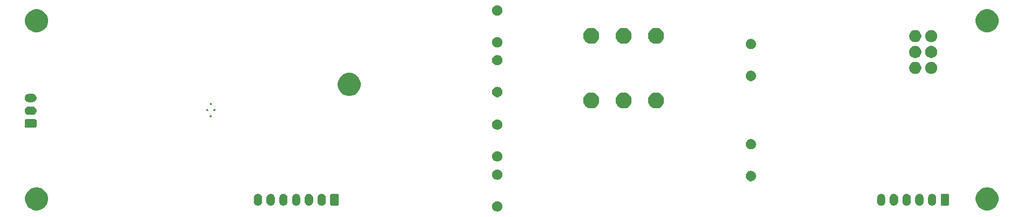
<source format=gbr>
G04 #@! TF.GenerationSoftware,KiCad,Pcbnew,(5.1.0)-1*
G04 #@! TF.CreationDate,2019-06-01T21:06:23-04:00*
G04 #@! TF.ProjectId,preample,70726561-6d70-46c6-952e-6b696361645f,rev?*
G04 #@! TF.SameCoordinates,Original*
G04 #@! TF.FileFunction,Soldermask,Bot*
G04 #@! TF.FilePolarity,Negative*
%FSLAX46Y46*%
G04 Gerber Fmt 4.6, Leading zero omitted, Abs format (unit mm)*
G04 Created by KiCad (PCBNEW (5.1.0)-1) date 2019-06-01 21:06:23*
%MOMM*%
%LPD*%
G04 APERTURE LIST*
%ADD10C,0.100000*%
G04 APERTURE END LIST*
D10*
G36*
X123046142Y-82807742D02*
G01*
X123194101Y-82869029D01*
X123327255Y-82957999D01*
X123440501Y-83071245D01*
X123529471Y-83204399D01*
X123590758Y-83352358D01*
X123622000Y-83509425D01*
X123622000Y-83669575D01*
X123590758Y-83826642D01*
X123529471Y-83974601D01*
X123440501Y-84107755D01*
X123327255Y-84221001D01*
X123194101Y-84309971D01*
X123046142Y-84371258D01*
X122889075Y-84402500D01*
X122728925Y-84402500D01*
X122571858Y-84371258D01*
X122423899Y-84309971D01*
X122290745Y-84221001D01*
X122177499Y-84107755D01*
X122088529Y-83974601D01*
X122027242Y-83826642D01*
X121996000Y-83669575D01*
X121996000Y-83509425D01*
X122027242Y-83352358D01*
X122088529Y-83204399D01*
X122177499Y-83071245D01*
X122290745Y-82957999D01*
X122423899Y-82869029D01*
X122571858Y-82807742D01*
X122728925Y-82776500D01*
X122889075Y-82776500D01*
X123046142Y-82807742D01*
X123046142Y-82807742D01*
G37*
G36*
X200114331Y-80679211D02*
G01*
X200442092Y-80814974D01*
X200737070Y-81012072D01*
X200987928Y-81262930D01*
X201185026Y-81557908D01*
X201320789Y-81885669D01*
X201390000Y-82233616D01*
X201390000Y-82588384D01*
X201320789Y-82936331D01*
X201185026Y-83264092D01*
X200987928Y-83559070D01*
X200737070Y-83809928D01*
X200442092Y-84007026D01*
X200114331Y-84142789D01*
X199766384Y-84212000D01*
X199411616Y-84212000D01*
X199063669Y-84142789D01*
X198735908Y-84007026D01*
X198440930Y-83809928D01*
X198190072Y-83559070D01*
X197992974Y-83264092D01*
X197857211Y-82936331D01*
X197788000Y-82588384D01*
X197788000Y-82233616D01*
X197857211Y-81885669D01*
X197992974Y-81557908D01*
X198190072Y-81262930D01*
X198440930Y-81012072D01*
X198735908Y-80814974D01*
X199063669Y-80679211D01*
X199411616Y-80610000D01*
X199766384Y-80610000D01*
X200114331Y-80679211D01*
X200114331Y-80679211D01*
G37*
G36*
X51114331Y-80679211D02*
G01*
X51442092Y-80814974D01*
X51737070Y-81012072D01*
X51987928Y-81262930D01*
X52185026Y-81557908D01*
X52320789Y-81885669D01*
X52390000Y-82233616D01*
X52390000Y-82588384D01*
X52320789Y-82936331D01*
X52185026Y-83264092D01*
X51987928Y-83559070D01*
X51737070Y-83809928D01*
X51442092Y-84007026D01*
X51114331Y-84142789D01*
X50766384Y-84212000D01*
X50411616Y-84212000D01*
X50063669Y-84142789D01*
X49735908Y-84007026D01*
X49440930Y-83809928D01*
X49190072Y-83559070D01*
X48992974Y-83264092D01*
X48857211Y-82936331D01*
X48788000Y-82588384D01*
X48788000Y-82233616D01*
X48857211Y-81885669D01*
X48992974Y-81557908D01*
X49190072Y-81262930D01*
X49440930Y-81012072D01*
X49735908Y-80814974D01*
X50063669Y-80679211D01*
X50411616Y-80610000D01*
X50766384Y-80610000D01*
X51114331Y-80679211D01*
X51114331Y-80679211D01*
G37*
G36*
X187104118Y-81633420D02*
G01*
X187184900Y-81657925D01*
X187226836Y-81670646D01*
X187339925Y-81731094D01*
X187439054Y-81812446D01*
X187520406Y-81911575D01*
X187580854Y-82024664D01*
X187580855Y-82024668D01*
X187618080Y-82147382D01*
X187627500Y-82243027D01*
X187627500Y-82856973D01*
X187618080Y-82952618D01*
X187616447Y-82958001D01*
X187580854Y-83075336D01*
X187520406Y-83188425D01*
X187439054Y-83287553D01*
X187339924Y-83368906D01*
X187226835Y-83429354D01*
X187194903Y-83439040D01*
X187104117Y-83466580D01*
X186976500Y-83479149D01*
X186848882Y-83466580D01*
X186758096Y-83439040D01*
X186726164Y-83429354D01*
X186613075Y-83368906D01*
X186513947Y-83287554D01*
X186432594Y-83188424D01*
X186372146Y-83075335D01*
X186362460Y-83043403D01*
X186334920Y-82952617D01*
X186325500Y-82856972D01*
X186325500Y-82243027D01*
X186334920Y-82147382D01*
X186372145Y-82024668D01*
X186372145Y-82024667D01*
X186404457Y-81964217D01*
X186432595Y-81911574D01*
X186453856Y-81885668D01*
X186513947Y-81812446D01*
X186613076Y-81731094D01*
X186726165Y-81670646D01*
X186768101Y-81657925D01*
X186848883Y-81633420D01*
X186976500Y-81620851D01*
X187104118Y-81633420D01*
X187104118Y-81633420D01*
G37*
G36*
X183104118Y-81633420D02*
G01*
X183184900Y-81657925D01*
X183226836Y-81670646D01*
X183339925Y-81731094D01*
X183439054Y-81812446D01*
X183520406Y-81911575D01*
X183580854Y-82024664D01*
X183580855Y-82024668D01*
X183618080Y-82147382D01*
X183627500Y-82243027D01*
X183627500Y-82856973D01*
X183618080Y-82952618D01*
X183616447Y-82958001D01*
X183580854Y-83075336D01*
X183520406Y-83188425D01*
X183439054Y-83287553D01*
X183339924Y-83368906D01*
X183226835Y-83429354D01*
X183194903Y-83439040D01*
X183104117Y-83466580D01*
X182976500Y-83479149D01*
X182848882Y-83466580D01*
X182758096Y-83439040D01*
X182726164Y-83429354D01*
X182613075Y-83368906D01*
X182513947Y-83287554D01*
X182432594Y-83188424D01*
X182372146Y-83075335D01*
X182362460Y-83043403D01*
X182334920Y-82952617D01*
X182325500Y-82856972D01*
X182325500Y-82243027D01*
X182334920Y-82147382D01*
X182372145Y-82024668D01*
X182372145Y-82024667D01*
X182404457Y-81964217D01*
X182432595Y-81911574D01*
X182453856Y-81885668D01*
X182513947Y-81812446D01*
X182613076Y-81731094D01*
X182726165Y-81670646D01*
X182768101Y-81657925D01*
X182848883Y-81633420D01*
X182976500Y-81620851D01*
X183104118Y-81633420D01*
X183104118Y-81633420D01*
G37*
G36*
X185104118Y-81633420D02*
G01*
X185184900Y-81657925D01*
X185226836Y-81670646D01*
X185339925Y-81731094D01*
X185439054Y-81812446D01*
X185520406Y-81911575D01*
X185580854Y-82024664D01*
X185580855Y-82024668D01*
X185618080Y-82147382D01*
X185627500Y-82243027D01*
X185627500Y-82856973D01*
X185618080Y-82952618D01*
X185616447Y-82958001D01*
X185580854Y-83075336D01*
X185520406Y-83188425D01*
X185439054Y-83287553D01*
X185339924Y-83368906D01*
X185226835Y-83429354D01*
X185194903Y-83439040D01*
X185104117Y-83466580D01*
X184976500Y-83479149D01*
X184848882Y-83466580D01*
X184758096Y-83439040D01*
X184726164Y-83429354D01*
X184613075Y-83368906D01*
X184513947Y-83287554D01*
X184432594Y-83188424D01*
X184372146Y-83075335D01*
X184362460Y-83043403D01*
X184334920Y-82952617D01*
X184325500Y-82856972D01*
X184325500Y-82243027D01*
X184334920Y-82147382D01*
X184372145Y-82024668D01*
X184372145Y-82024667D01*
X184404457Y-81964217D01*
X184432595Y-81911574D01*
X184453856Y-81885668D01*
X184513947Y-81812446D01*
X184613076Y-81731094D01*
X184726165Y-81670646D01*
X184768101Y-81657925D01*
X184848883Y-81633420D01*
X184976500Y-81620851D01*
X185104118Y-81633420D01*
X185104118Y-81633420D01*
G37*
G36*
X95409618Y-81633420D02*
G01*
X95490400Y-81657925D01*
X95532336Y-81670646D01*
X95645425Y-81731094D01*
X95744554Y-81812446D01*
X95825906Y-81911575D01*
X95886354Y-82024664D01*
X95886355Y-82024668D01*
X95923580Y-82147382D01*
X95933000Y-82243027D01*
X95933000Y-82856973D01*
X95923580Y-82952618D01*
X95921947Y-82958001D01*
X95886354Y-83075336D01*
X95825906Y-83188425D01*
X95744554Y-83287553D01*
X95645424Y-83368906D01*
X95532335Y-83429354D01*
X95500403Y-83439040D01*
X95409617Y-83466580D01*
X95282000Y-83479149D01*
X95154382Y-83466580D01*
X95063596Y-83439040D01*
X95031664Y-83429354D01*
X94918575Y-83368906D01*
X94819447Y-83287554D01*
X94738094Y-83188424D01*
X94677646Y-83075335D01*
X94667960Y-83043403D01*
X94640420Y-82952617D01*
X94631000Y-82856972D01*
X94631000Y-82243027D01*
X94640420Y-82147382D01*
X94677645Y-82024668D01*
X94677645Y-82024667D01*
X94709957Y-81964217D01*
X94738095Y-81911574D01*
X94759356Y-81885668D01*
X94819447Y-81812446D01*
X94918576Y-81731094D01*
X95031665Y-81670646D01*
X95073601Y-81657925D01*
X95154383Y-81633420D01*
X95282000Y-81620851D01*
X95409618Y-81633420D01*
X95409618Y-81633420D01*
G37*
G36*
X93409618Y-81633420D02*
G01*
X93490400Y-81657925D01*
X93532336Y-81670646D01*
X93645425Y-81731094D01*
X93744554Y-81812446D01*
X93825906Y-81911575D01*
X93886354Y-82024664D01*
X93886355Y-82024668D01*
X93923580Y-82147382D01*
X93933000Y-82243027D01*
X93933000Y-82856973D01*
X93923580Y-82952618D01*
X93921947Y-82958001D01*
X93886354Y-83075336D01*
X93825906Y-83188425D01*
X93744554Y-83287553D01*
X93645424Y-83368906D01*
X93532335Y-83429354D01*
X93500403Y-83439040D01*
X93409617Y-83466580D01*
X93282000Y-83479149D01*
X93154382Y-83466580D01*
X93063596Y-83439040D01*
X93031664Y-83429354D01*
X92918575Y-83368906D01*
X92819447Y-83287554D01*
X92738094Y-83188424D01*
X92677646Y-83075335D01*
X92667960Y-83043403D01*
X92640420Y-82952617D01*
X92631000Y-82856972D01*
X92631000Y-82243027D01*
X92640420Y-82147382D01*
X92677645Y-82024668D01*
X92677645Y-82024667D01*
X92709957Y-81964217D01*
X92738095Y-81911574D01*
X92759356Y-81885668D01*
X92819447Y-81812446D01*
X92918576Y-81731094D01*
X93031665Y-81670646D01*
X93073601Y-81657925D01*
X93154383Y-81633420D01*
X93282000Y-81620851D01*
X93409618Y-81633420D01*
X93409618Y-81633420D01*
G37*
G36*
X91409618Y-81633420D02*
G01*
X91490400Y-81657925D01*
X91532336Y-81670646D01*
X91645425Y-81731094D01*
X91744554Y-81812446D01*
X91825906Y-81911575D01*
X91886354Y-82024664D01*
X91886355Y-82024668D01*
X91923580Y-82147382D01*
X91933000Y-82243027D01*
X91933000Y-82856973D01*
X91923580Y-82952618D01*
X91921947Y-82958001D01*
X91886354Y-83075336D01*
X91825906Y-83188425D01*
X91744554Y-83287553D01*
X91645424Y-83368906D01*
X91532335Y-83429354D01*
X91500403Y-83439040D01*
X91409617Y-83466580D01*
X91282000Y-83479149D01*
X91154382Y-83466580D01*
X91063596Y-83439040D01*
X91031664Y-83429354D01*
X90918575Y-83368906D01*
X90819447Y-83287554D01*
X90738094Y-83188424D01*
X90677646Y-83075335D01*
X90667960Y-83043403D01*
X90640420Y-82952617D01*
X90631000Y-82856972D01*
X90631000Y-82243027D01*
X90640420Y-82147382D01*
X90677645Y-82024668D01*
X90677645Y-82024667D01*
X90709957Y-81964217D01*
X90738095Y-81911574D01*
X90759356Y-81885668D01*
X90819447Y-81812446D01*
X90918576Y-81731094D01*
X91031665Y-81670646D01*
X91073601Y-81657925D01*
X91154383Y-81633420D01*
X91282000Y-81620851D01*
X91409618Y-81633420D01*
X91409618Y-81633420D01*
G37*
G36*
X89409618Y-81633420D02*
G01*
X89490400Y-81657925D01*
X89532336Y-81670646D01*
X89645425Y-81731094D01*
X89744554Y-81812446D01*
X89825906Y-81911575D01*
X89886354Y-82024664D01*
X89886355Y-82024668D01*
X89923580Y-82147382D01*
X89933000Y-82243027D01*
X89933000Y-82856973D01*
X89923580Y-82952618D01*
X89921947Y-82958001D01*
X89886354Y-83075336D01*
X89825906Y-83188425D01*
X89744554Y-83287553D01*
X89645424Y-83368906D01*
X89532335Y-83429354D01*
X89500403Y-83439040D01*
X89409617Y-83466580D01*
X89282000Y-83479149D01*
X89154382Y-83466580D01*
X89063596Y-83439040D01*
X89031664Y-83429354D01*
X88918575Y-83368906D01*
X88819447Y-83287554D01*
X88738094Y-83188424D01*
X88677646Y-83075335D01*
X88667960Y-83043403D01*
X88640420Y-82952617D01*
X88631000Y-82856972D01*
X88631000Y-82243027D01*
X88640420Y-82147382D01*
X88677645Y-82024668D01*
X88677645Y-82024667D01*
X88709957Y-81964217D01*
X88738095Y-81911574D01*
X88759356Y-81885668D01*
X88819447Y-81812446D01*
X88918576Y-81731094D01*
X89031665Y-81670646D01*
X89073601Y-81657925D01*
X89154383Y-81633420D01*
X89282000Y-81620851D01*
X89409618Y-81633420D01*
X89409618Y-81633420D01*
G37*
G36*
X87409618Y-81633420D02*
G01*
X87490400Y-81657925D01*
X87532336Y-81670646D01*
X87645425Y-81731094D01*
X87744554Y-81812446D01*
X87825906Y-81911575D01*
X87886354Y-82024664D01*
X87886355Y-82024668D01*
X87923580Y-82147382D01*
X87933000Y-82243027D01*
X87933000Y-82856973D01*
X87923580Y-82952618D01*
X87921947Y-82958001D01*
X87886354Y-83075336D01*
X87825906Y-83188425D01*
X87744554Y-83287553D01*
X87645424Y-83368906D01*
X87532335Y-83429354D01*
X87500403Y-83439040D01*
X87409617Y-83466580D01*
X87282000Y-83479149D01*
X87154382Y-83466580D01*
X87063596Y-83439040D01*
X87031664Y-83429354D01*
X86918575Y-83368906D01*
X86819447Y-83287554D01*
X86738094Y-83188424D01*
X86677646Y-83075335D01*
X86667960Y-83043403D01*
X86640420Y-82952617D01*
X86631000Y-82856972D01*
X86631000Y-82243027D01*
X86640420Y-82147382D01*
X86677645Y-82024668D01*
X86677645Y-82024667D01*
X86709957Y-81964217D01*
X86738095Y-81911574D01*
X86759356Y-81885668D01*
X86819447Y-81812446D01*
X86918576Y-81731094D01*
X87031665Y-81670646D01*
X87073601Y-81657925D01*
X87154383Y-81633420D01*
X87282000Y-81620851D01*
X87409618Y-81633420D01*
X87409618Y-81633420D01*
G37*
G36*
X85409618Y-81633420D02*
G01*
X85490400Y-81657925D01*
X85532336Y-81670646D01*
X85645425Y-81731094D01*
X85744554Y-81812446D01*
X85825906Y-81911575D01*
X85886354Y-82024664D01*
X85886355Y-82024668D01*
X85923580Y-82147382D01*
X85933000Y-82243027D01*
X85933000Y-82856973D01*
X85923580Y-82952618D01*
X85921947Y-82958001D01*
X85886354Y-83075336D01*
X85825906Y-83188425D01*
X85744554Y-83287553D01*
X85645424Y-83368906D01*
X85532335Y-83429354D01*
X85500403Y-83439040D01*
X85409617Y-83466580D01*
X85282000Y-83479149D01*
X85154382Y-83466580D01*
X85063596Y-83439040D01*
X85031664Y-83429354D01*
X84918575Y-83368906D01*
X84819447Y-83287554D01*
X84738094Y-83188424D01*
X84677646Y-83075335D01*
X84667960Y-83043403D01*
X84640420Y-82952617D01*
X84631000Y-82856972D01*
X84631000Y-82243027D01*
X84640420Y-82147382D01*
X84677645Y-82024668D01*
X84677645Y-82024667D01*
X84709957Y-81964217D01*
X84738095Y-81911574D01*
X84759356Y-81885668D01*
X84819447Y-81812446D01*
X84918576Y-81731094D01*
X85031665Y-81670646D01*
X85073601Y-81657925D01*
X85154383Y-81633420D01*
X85282000Y-81620851D01*
X85409618Y-81633420D01*
X85409618Y-81633420D01*
G37*
G36*
X191104118Y-81633420D02*
G01*
X191184900Y-81657925D01*
X191226836Y-81670646D01*
X191339925Y-81731094D01*
X191439054Y-81812446D01*
X191520406Y-81911575D01*
X191580854Y-82024664D01*
X191580855Y-82024668D01*
X191618080Y-82147382D01*
X191627500Y-82243027D01*
X191627500Y-82856973D01*
X191618080Y-82952618D01*
X191616447Y-82958001D01*
X191580854Y-83075336D01*
X191520406Y-83188425D01*
X191439054Y-83287553D01*
X191339924Y-83368906D01*
X191226835Y-83429354D01*
X191194903Y-83439040D01*
X191104117Y-83466580D01*
X190976500Y-83479149D01*
X190848882Y-83466580D01*
X190758096Y-83439040D01*
X190726164Y-83429354D01*
X190613075Y-83368906D01*
X190513947Y-83287554D01*
X190432594Y-83188424D01*
X190372146Y-83075335D01*
X190362460Y-83043403D01*
X190334920Y-82952617D01*
X190325500Y-82856972D01*
X190325500Y-82243027D01*
X190334920Y-82147382D01*
X190372145Y-82024668D01*
X190372145Y-82024667D01*
X190404457Y-81964217D01*
X190432595Y-81911574D01*
X190453856Y-81885668D01*
X190513947Y-81812446D01*
X190613076Y-81731094D01*
X190726165Y-81670646D01*
X190768101Y-81657925D01*
X190848883Y-81633420D01*
X190976500Y-81620851D01*
X191104118Y-81633420D01*
X191104118Y-81633420D01*
G37*
G36*
X189104118Y-81633420D02*
G01*
X189184900Y-81657925D01*
X189226836Y-81670646D01*
X189339925Y-81731094D01*
X189439054Y-81812446D01*
X189520406Y-81911575D01*
X189580854Y-82024664D01*
X189580855Y-82024668D01*
X189618080Y-82147382D01*
X189627500Y-82243027D01*
X189627500Y-82856973D01*
X189618080Y-82952618D01*
X189616447Y-82958001D01*
X189580854Y-83075336D01*
X189520406Y-83188425D01*
X189439054Y-83287553D01*
X189339924Y-83368906D01*
X189226835Y-83429354D01*
X189194903Y-83439040D01*
X189104117Y-83466580D01*
X188976500Y-83479149D01*
X188848882Y-83466580D01*
X188758096Y-83439040D01*
X188726164Y-83429354D01*
X188613075Y-83368906D01*
X188513947Y-83287554D01*
X188432594Y-83188424D01*
X188372146Y-83075335D01*
X188362460Y-83043403D01*
X188334920Y-82952617D01*
X188325500Y-82856972D01*
X188325500Y-82243027D01*
X188334920Y-82147382D01*
X188372145Y-82024668D01*
X188372145Y-82024667D01*
X188404457Y-81964217D01*
X188432595Y-81911574D01*
X188453856Y-81885668D01*
X188513947Y-81812446D01*
X188613076Y-81731094D01*
X188726165Y-81670646D01*
X188768101Y-81657925D01*
X188848883Y-81633420D01*
X188976500Y-81620851D01*
X189104118Y-81633420D01*
X189104118Y-81633420D01*
G37*
G36*
X193467742Y-81628404D02*
G01*
X193504837Y-81639657D01*
X193539015Y-81657925D01*
X193568981Y-81682519D01*
X193593575Y-81712485D01*
X193611843Y-81746663D01*
X193623096Y-81783758D01*
X193627500Y-81828474D01*
X193627500Y-83271526D01*
X193623096Y-83316242D01*
X193611843Y-83353337D01*
X193593575Y-83387515D01*
X193568981Y-83417481D01*
X193539015Y-83442075D01*
X193504837Y-83460343D01*
X193467742Y-83471596D01*
X193423026Y-83476000D01*
X192529974Y-83476000D01*
X192485258Y-83471596D01*
X192448163Y-83460343D01*
X192413985Y-83442075D01*
X192384019Y-83417481D01*
X192359425Y-83387515D01*
X192341157Y-83353337D01*
X192329904Y-83316242D01*
X192325500Y-83271526D01*
X192325500Y-81828474D01*
X192329904Y-81783758D01*
X192341157Y-81746663D01*
X192359425Y-81712485D01*
X192384019Y-81682519D01*
X192413985Y-81657925D01*
X192448163Y-81639657D01*
X192485258Y-81628404D01*
X192529974Y-81624000D01*
X193423026Y-81624000D01*
X193467742Y-81628404D01*
X193467742Y-81628404D01*
G37*
G36*
X97773242Y-81628404D02*
G01*
X97810337Y-81639657D01*
X97844515Y-81657925D01*
X97874481Y-81682519D01*
X97899075Y-81712485D01*
X97917343Y-81746663D01*
X97928596Y-81783758D01*
X97933000Y-81828474D01*
X97933000Y-83271526D01*
X97928596Y-83316242D01*
X97917343Y-83353337D01*
X97899075Y-83387515D01*
X97874481Y-83417481D01*
X97844515Y-83442075D01*
X97810337Y-83460343D01*
X97773242Y-83471596D01*
X97728526Y-83476000D01*
X96835474Y-83476000D01*
X96790758Y-83471596D01*
X96753663Y-83460343D01*
X96719485Y-83442075D01*
X96689519Y-83417481D01*
X96664925Y-83387515D01*
X96646657Y-83353337D01*
X96635404Y-83316242D01*
X96631000Y-83271526D01*
X96631000Y-81828474D01*
X96635404Y-81783758D01*
X96646657Y-81746663D01*
X96664925Y-81712485D01*
X96689519Y-81682519D01*
X96719485Y-81657925D01*
X96753663Y-81639657D01*
X96790758Y-81628404D01*
X96835474Y-81624000D01*
X97728526Y-81624000D01*
X97773242Y-81628404D01*
X97773242Y-81628404D01*
G37*
G36*
X162797142Y-78045242D02*
G01*
X162945101Y-78106529D01*
X163078255Y-78195499D01*
X163191501Y-78308745D01*
X163280471Y-78441899D01*
X163341758Y-78589858D01*
X163373000Y-78746925D01*
X163373000Y-78907075D01*
X163341758Y-79064142D01*
X163280471Y-79212101D01*
X163191501Y-79345255D01*
X163078255Y-79458501D01*
X162945101Y-79547471D01*
X162797142Y-79608758D01*
X162640075Y-79640000D01*
X162479925Y-79640000D01*
X162322858Y-79608758D01*
X162174899Y-79547471D01*
X162041745Y-79458501D01*
X161928499Y-79345255D01*
X161839529Y-79212101D01*
X161778242Y-79064142D01*
X161747000Y-78907075D01*
X161747000Y-78746925D01*
X161778242Y-78589858D01*
X161839529Y-78441899D01*
X161928499Y-78308745D01*
X162041745Y-78195499D01*
X162174899Y-78106529D01*
X162322858Y-78045242D01*
X162479925Y-78014000D01*
X162640075Y-78014000D01*
X162797142Y-78045242D01*
X162797142Y-78045242D01*
G37*
G36*
X123046142Y-77807742D02*
G01*
X123194101Y-77869029D01*
X123327255Y-77957999D01*
X123440501Y-78071245D01*
X123529471Y-78204399D01*
X123590758Y-78352358D01*
X123622000Y-78509425D01*
X123622000Y-78669575D01*
X123590758Y-78826642D01*
X123529471Y-78974601D01*
X123440501Y-79107755D01*
X123327255Y-79221001D01*
X123194101Y-79309971D01*
X123046142Y-79371258D01*
X122889075Y-79402500D01*
X122728925Y-79402500D01*
X122571858Y-79371258D01*
X122423899Y-79309971D01*
X122290745Y-79221001D01*
X122177499Y-79107755D01*
X122088529Y-78974601D01*
X122027242Y-78826642D01*
X121996000Y-78669575D01*
X121996000Y-78509425D01*
X122027242Y-78352358D01*
X122088529Y-78204399D01*
X122177499Y-78071245D01*
X122290745Y-77957999D01*
X122423899Y-77869029D01*
X122571858Y-77807742D01*
X122728925Y-77776500D01*
X122889075Y-77776500D01*
X123046142Y-77807742D01*
X123046142Y-77807742D01*
G37*
G36*
X123046142Y-74933742D02*
G01*
X123194101Y-74995029D01*
X123327255Y-75083999D01*
X123440501Y-75197245D01*
X123529471Y-75330399D01*
X123590758Y-75478358D01*
X123622000Y-75635425D01*
X123622000Y-75795575D01*
X123590758Y-75952642D01*
X123529471Y-76100601D01*
X123440501Y-76233755D01*
X123327255Y-76347001D01*
X123194101Y-76435971D01*
X123046142Y-76497258D01*
X122889075Y-76528500D01*
X122728925Y-76528500D01*
X122571858Y-76497258D01*
X122423899Y-76435971D01*
X122290745Y-76347001D01*
X122177499Y-76233755D01*
X122088529Y-76100601D01*
X122027242Y-75952642D01*
X121996000Y-75795575D01*
X121996000Y-75635425D01*
X122027242Y-75478358D01*
X122088529Y-75330399D01*
X122177499Y-75197245D01*
X122290745Y-75083999D01*
X122423899Y-74995029D01*
X122571858Y-74933742D01*
X122728925Y-74902500D01*
X122889075Y-74902500D01*
X123046142Y-74933742D01*
X123046142Y-74933742D01*
G37*
G36*
X162797142Y-73045242D02*
G01*
X162945101Y-73106529D01*
X163078255Y-73195499D01*
X163191501Y-73308745D01*
X163280471Y-73441899D01*
X163341758Y-73589858D01*
X163373000Y-73746925D01*
X163373000Y-73907075D01*
X163341758Y-74064142D01*
X163280471Y-74212101D01*
X163191501Y-74345255D01*
X163078255Y-74458501D01*
X162945101Y-74547471D01*
X162797142Y-74608758D01*
X162640075Y-74640000D01*
X162479925Y-74640000D01*
X162322858Y-74608758D01*
X162174899Y-74547471D01*
X162041745Y-74458501D01*
X161928499Y-74345255D01*
X161839529Y-74212101D01*
X161778242Y-74064142D01*
X161747000Y-73907075D01*
X161747000Y-73746925D01*
X161778242Y-73589858D01*
X161839529Y-73441899D01*
X161928499Y-73308745D01*
X162041745Y-73195499D01*
X162174899Y-73106529D01*
X162322858Y-73045242D01*
X162479925Y-73014000D01*
X162640075Y-73014000D01*
X162797142Y-73045242D01*
X162797142Y-73045242D01*
G37*
G36*
X123046142Y-69933742D02*
G01*
X123194101Y-69995029D01*
X123327255Y-70083999D01*
X123440501Y-70197245D01*
X123529471Y-70330399D01*
X123590758Y-70478358D01*
X123622000Y-70635425D01*
X123622000Y-70795575D01*
X123590758Y-70952642D01*
X123529471Y-71100601D01*
X123440501Y-71233755D01*
X123327255Y-71347001D01*
X123194101Y-71435971D01*
X123046142Y-71497258D01*
X122889075Y-71528500D01*
X122728925Y-71528500D01*
X122571858Y-71497258D01*
X122423899Y-71435971D01*
X122290745Y-71347001D01*
X122177499Y-71233755D01*
X122088529Y-71100601D01*
X122027242Y-70952642D01*
X121996000Y-70795575D01*
X121996000Y-70635425D01*
X122027242Y-70478358D01*
X122088529Y-70330399D01*
X122177499Y-70197245D01*
X122290745Y-70083999D01*
X122423899Y-69995029D01*
X122571858Y-69933742D01*
X122728925Y-69902500D01*
X122889075Y-69902500D01*
X123046142Y-69933742D01*
X123046142Y-69933742D01*
G37*
G36*
X50423242Y-69901404D02*
G01*
X50460337Y-69912657D01*
X50494515Y-69930925D01*
X50524481Y-69955519D01*
X50549075Y-69985485D01*
X50567343Y-70019663D01*
X50578596Y-70056758D01*
X50583000Y-70101474D01*
X50583000Y-70994526D01*
X50578596Y-71039242D01*
X50567343Y-71076337D01*
X50549075Y-71110515D01*
X50524481Y-71140481D01*
X50494515Y-71165075D01*
X50460337Y-71183343D01*
X50423242Y-71194596D01*
X50378526Y-71199000D01*
X48935474Y-71199000D01*
X48890758Y-71194596D01*
X48853663Y-71183343D01*
X48819485Y-71165075D01*
X48789519Y-71140481D01*
X48764925Y-71110515D01*
X48746657Y-71076337D01*
X48735404Y-71039242D01*
X48731000Y-70994526D01*
X48731000Y-70101474D01*
X48735404Y-70056758D01*
X48746657Y-70019663D01*
X48764925Y-69985485D01*
X48789519Y-69955519D01*
X48819485Y-69930925D01*
X48853663Y-69912657D01*
X48890758Y-69901404D01*
X48935474Y-69897000D01*
X50378526Y-69897000D01*
X50423242Y-69901404D01*
X50423242Y-69901404D01*
G37*
G36*
X77962337Y-69233763D02*
G01*
X77994367Y-69247030D01*
X78023194Y-69266292D01*
X78047708Y-69290806D01*
X78066970Y-69319633D01*
X78080237Y-69351663D01*
X78087000Y-69385665D01*
X78087000Y-69420335D01*
X78080237Y-69454337D01*
X78066970Y-69486367D01*
X78047708Y-69515194D01*
X78023194Y-69539708D01*
X77994367Y-69558970D01*
X77962337Y-69572237D01*
X77928335Y-69579000D01*
X77893665Y-69579000D01*
X77859663Y-69572237D01*
X77827633Y-69558970D01*
X77798806Y-69539708D01*
X77774292Y-69515194D01*
X77755030Y-69486367D01*
X77741763Y-69454337D01*
X77735000Y-69420335D01*
X77735000Y-69385665D01*
X77741763Y-69351663D01*
X77755030Y-69319633D01*
X77774292Y-69290806D01*
X77798806Y-69266292D01*
X77827633Y-69247030D01*
X77859663Y-69233763D01*
X77893665Y-69227000D01*
X77928335Y-69227000D01*
X77962337Y-69233763D01*
X77962337Y-69233763D01*
G37*
G36*
X49995855Y-67900140D02*
G01*
X50059618Y-67906420D01*
X50150404Y-67933960D01*
X50182336Y-67943646D01*
X50295425Y-68004094D01*
X50394554Y-68085446D01*
X50475906Y-68184575D01*
X50536354Y-68297664D01*
X50536355Y-68297668D01*
X50573580Y-68420382D01*
X50586149Y-68548000D01*
X50573580Y-68675618D01*
X50546040Y-68766404D01*
X50536354Y-68798336D01*
X50475906Y-68911425D01*
X50394554Y-69010554D01*
X50295425Y-69091906D01*
X50182336Y-69152354D01*
X50150404Y-69162040D01*
X50059618Y-69189580D01*
X49995855Y-69195860D01*
X49963974Y-69199000D01*
X49350026Y-69199000D01*
X49318145Y-69195860D01*
X49254382Y-69189580D01*
X49163596Y-69162040D01*
X49131664Y-69152354D01*
X49018575Y-69091906D01*
X48919446Y-69010554D01*
X48838094Y-68911425D01*
X48777646Y-68798336D01*
X48767960Y-68766404D01*
X48740420Y-68675618D01*
X48727851Y-68548000D01*
X48740420Y-68420382D01*
X48777645Y-68297668D01*
X48777646Y-68297664D01*
X48838094Y-68184575D01*
X48919446Y-68085446D01*
X49018575Y-68004094D01*
X49131664Y-67943646D01*
X49163596Y-67933960D01*
X49254382Y-67906420D01*
X49318145Y-67900140D01*
X49350026Y-67897000D01*
X49963974Y-67897000D01*
X49995855Y-67900140D01*
X49995855Y-67900140D01*
G37*
G36*
X78537337Y-68283763D02*
G01*
X78569367Y-68297030D01*
X78598194Y-68316292D01*
X78622708Y-68340806D01*
X78641970Y-68369633D01*
X78655237Y-68401663D01*
X78662000Y-68435665D01*
X78662000Y-68470335D01*
X78655237Y-68504337D01*
X78641970Y-68536367D01*
X78622708Y-68565194D01*
X78598194Y-68589708D01*
X78569367Y-68608970D01*
X78537337Y-68622237D01*
X78503335Y-68629000D01*
X78468665Y-68629000D01*
X78434663Y-68622237D01*
X78402633Y-68608970D01*
X78373806Y-68589708D01*
X78349292Y-68565194D01*
X78330030Y-68536367D01*
X78316763Y-68504337D01*
X78310000Y-68470335D01*
X78310000Y-68435665D01*
X78316763Y-68401663D01*
X78330030Y-68369633D01*
X78349292Y-68340806D01*
X78373806Y-68316292D01*
X78402633Y-68297030D01*
X78434663Y-68283763D01*
X78468665Y-68277000D01*
X78503335Y-68277000D01*
X78537337Y-68283763D01*
X78537337Y-68283763D01*
G37*
G36*
X77387337Y-68283763D02*
G01*
X77419367Y-68297030D01*
X77448194Y-68316292D01*
X77472708Y-68340806D01*
X77491970Y-68369633D01*
X77505237Y-68401663D01*
X77512000Y-68435665D01*
X77512000Y-68470335D01*
X77505237Y-68504337D01*
X77491970Y-68536367D01*
X77472708Y-68565194D01*
X77448194Y-68589708D01*
X77419367Y-68608970D01*
X77387337Y-68622237D01*
X77353335Y-68629000D01*
X77318665Y-68629000D01*
X77284663Y-68622237D01*
X77252633Y-68608970D01*
X77223806Y-68589708D01*
X77199292Y-68565194D01*
X77180030Y-68536367D01*
X77166763Y-68504337D01*
X77160000Y-68470335D01*
X77160000Y-68435665D01*
X77166763Y-68401663D01*
X77180030Y-68369633D01*
X77199292Y-68340806D01*
X77223806Y-68316292D01*
X77252633Y-68297030D01*
X77284663Y-68283763D01*
X77318665Y-68277000D01*
X77353335Y-68277000D01*
X77387337Y-68283763D01*
X77387337Y-68283763D01*
G37*
G36*
X148065903Y-65726075D02*
G01*
X148293571Y-65820378D01*
X148498466Y-65957285D01*
X148672715Y-66131534D01*
X148809622Y-66336429D01*
X148809623Y-66336431D01*
X148903925Y-66564097D01*
X148952000Y-66805786D01*
X148952000Y-67052214D01*
X148903925Y-67293903D01*
X148851847Y-67419632D01*
X148809622Y-67521571D01*
X148672715Y-67726466D01*
X148498466Y-67900715D01*
X148293571Y-68037622D01*
X148293570Y-68037623D01*
X148293569Y-68037623D01*
X148065903Y-68131925D01*
X147824214Y-68180000D01*
X147577786Y-68180000D01*
X147336097Y-68131925D01*
X147108431Y-68037623D01*
X147108430Y-68037623D01*
X147108429Y-68037622D01*
X146903534Y-67900715D01*
X146729285Y-67726466D01*
X146592378Y-67521571D01*
X146550154Y-67419632D01*
X146498075Y-67293903D01*
X146450000Y-67052214D01*
X146450000Y-66805786D01*
X146498075Y-66564097D01*
X146592377Y-66336431D01*
X146592378Y-66336429D01*
X146729285Y-66131534D01*
X146903534Y-65957285D01*
X147108429Y-65820378D01*
X147336097Y-65726075D01*
X147577786Y-65678000D01*
X147824214Y-65678000D01*
X148065903Y-65726075D01*
X148065903Y-65726075D01*
G37*
G36*
X142985903Y-65726075D02*
G01*
X143213571Y-65820378D01*
X143418466Y-65957285D01*
X143592715Y-66131534D01*
X143729622Y-66336429D01*
X143729623Y-66336431D01*
X143823925Y-66564097D01*
X143872000Y-66805786D01*
X143872000Y-67052214D01*
X143823925Y-67293903D01*
X143771847Y-67419632D01*
X143729622Y-67521571D01*
X143592715Y-67726466D01*
X143418466Y-67900715D01*
X143213571Y-68037622D01*
X143213570Y-68037623D01*
X143213569Y-68037623D01*
X142985903Y-68131925D01*
X142744214Y-68180000D01*
X142497786Y-68180000D01*
X142256097Y-68131925D01*
X142028431Y-68037623D01*
X142028430Y-68037623D01*
X142028429Y-68037622D01*
X141823534Y-67900715D01*
X141649285Y-67726466D01*
X141512378Y-67521571D01*
X141470154Y-67419632D01*
X141418075Y-67293903D01*
X141370000Y-67052214D01*
X141370000Y-66805786D01*
X141418075Y-66564097D01*
X141512377Y-66336431D01*
X141512378Y-66336429D01*
X141649285Y-66131534D01*
X141823534Y-65957285D01*
X142028429Y-65820378D01*
X142256097Y-65726075D01*
X142497786Y-65678000D01*
X142744214Y-65678000D01*
X142985903Y-65726075D01*
X142985903Y-65726075D01*
G37*
G36*
X137905903Y-65726075D02*
G01*
X138133571Y-65820378D01*
X138338466Y-65957285D01*
X138512715Y-66131534D01*
X138649622Y-66336429D01*
X138649623Y-66336431D01*
X138743925Y-66564097D01*
X138792000Y-66805786D01*
X138792000Y-67052214D01*
X138743925Y-67293903D01*
X138691847Y-67419632D01*
X138649622Y-67521571D01*
X138512715Y-67726466D01*
X138338466Y-67900715D01*
X138133571Y-68037622D01*
X138133570Y-68037623D01*
X138133569Y-68037623D01*
X137905903Y-68131925D01*
X137664214Y-68180000D01*
X137417786Y-68180000D01*
X137176097Y-68131925D01*
X136948431Y-68037623D01*
X136948430Y-68037623D01*
X136948429Y-68037622D01*
X136743534Y-67900715D01*
X136569285Y-67726466D01*
X136432378Y-67521571D01*
X136390154Y-67419632D01*
X136338075Y-67293903D01*
X136290000Y-67052214D01*
X136290000Y-66805786D01*
X136338075Y-66564097D01*
X136432377Y-66336431D01*
X136432378Y-66336429D01*
X136569285Y-66131534D01*
X136743534Y-65957285D01*
X136948429Y-65820378D01*
X137176097Y-65726075D01*
X137417786Y-65678000D01*
X137664214Y-65678000D01*
X137905903Y-65726075D01*
X137905903Y-65726075D01*
G37*
G36*
X77962337Y-67333763D02*
G01*
X77994367Y-67347030D01*
X78023194Y-67366292D01*
X78047708Y-67390806D01*
X78066970Y-67419633D01*
X78080237Y-67451663D01*
X78087000Y-67485665D01*
X78087000Y-67520335D01*
X78080237Y-67554337D01*
X78066970Y-67586367D01*
X78047708Y-67615194D01*
X78023194Y-67639708D01*
X77994367Y-67658970D01*
X77962337Y-67672237D01*
X77928335Y-67679000D01*
X77893665Y-67679000D01*
X77859663Y-67672237D01*
X77827633Y-67658970D01*
X77798806Y-67639708D01*
X77774292Y-67615194D01*
X77755030Y-67586367D01*
X77741763Y-67554337D01*
X77735000Y-67520335D01*
X77735000Y-67485665D01*
X77741763Y-67451663D01*
X77755030Y-67419633D01*
X77774292Y-67390806D01*
X77798806Y-67366292D01*
X77827633Y-67347030D01*
X77859663Y-67333763D01*
X77893665Y-67327000D01*
X77928335Y-67327000D01*
X77962337Y-67333763D01*
X77962337Y-67333763D01*
G37*
G36*
X49995855Y-65900140D02*
G01*
X50059618Y-65906420D01*
X50150404Y-65933960D01*
X50182336Y-65943646D01*
X50295425Y-66004094D01*
X50394554Y-66085446D01*
X50475906Y-66184575D01*
X50536354Y-66297664D01*
X50536355Y-66297668D01*
X50573580Y-66420382D01*
X50586149Y-66548000D01*
X50573580Y-66675618D01*
X50546040Y-66766404D01*
X50536354Y-66798336D01*
X50475906Y-66911425D01*
X50394554Y-67010554D01*
X50295425Y-67091906D01*
X50182336Y-67152354D01*
X50150404Y-67162040D01*
X50059618Y-67189580D01*
X49995855Y-67195860D01*
X49963974Y-67199000D01*
X49350026Y-67199000D01*
X49318145Y-67195860D01*
X49254382Y-67189580D01*
X49163596Y-67162040D01*
X49131664Y-67152354D01*
X49018575Y-67091906D01*
X48919446Y-67010554D01*
X48838094Y-66911425D01*
X48777646Y-66798336D01*
X48767960Y-66766404D01*
X48740420Y-66675618D01*
X48727851Y-66548000D01*
X48740420Y-66420382D01*
X48777645Y-66297668D01*
X48777646Y-66297664D01*
X48838094Y-66184575D01*
X48919446Y-66085446D01*
X49018575Y-66004094D01*
X49131664Y-65943646D01*
X49163596Y-65933960D01*
X49254382Y-65906420D01*
X49318145Y-65900140D01*
X49350026Y-65897000D01*
X49963974Y-65897000D01*
X49995855Y-65900140D01*
X49995855Y-65900140D01*
G37*
G36*
X123046142Y-64837242D02*
G01*
X123194101Y-64898529D01*
X123327255Y-64987499D01*
X123440501Y-65100745D01*
X123529471Y-65233899D01*
X123590758Y-65381858D01*
X123622000Y-65538925D01*
X123622000Y-65699075D01*
X123590758Y-65856142D01*
X123529471Y-66004101D01*
X123440501Y-66137255D01*
X123327255Y-66250501D01*
X123194101Y-66339471D01*
X123046142Y-66400758D01*
X122889075Y-66432000D01*
X122728925Y-66432000D01*
X122571858Y-66400758D01*
X122423899Y-66339471D01*
X122290745Y-66250501D01*
X122177499Y-66137255D01*
X122088529Y-66004101D01*
X122027242Y-65856142D01*
X121996000Y-65699075D01*
X121996000Y-65538925D01*
X122027242Y-65381858D01*
X122088529Y-65233899D01*
X122177499Y-65100745D01*
X122290745Y-64987499D01*
X122423899Y-64898529D01*
X122571858Y-64837242D01*
X122728925Y-64806000D01*
X122889075Y-64806000D01*
X123046142Y-64837242D01*
X123046142Y-64837242D01*
G37*
G36*
X100118731Y-62682611D02*
G01*
X100446492Y-62818374D01*
X100741470Y-63015472D01*
X100992328Y-63266330D01*
X101189426Y-63561308D01*
X101325189Y-63889069D01*
X101394400Y-64237016D01*
X101394400Y-64591784D01*
X101325189Y-64939731D01*
X101189426Y-65267492D01*
X100992328Y-65562470D01*
X100741470Y-65813328D01*
X100446492Y-66010426D01*
X100118731Y-66146189D01*
X99770784Y-66215400D01*
X99416016Y-66215400D01*
X99068069Y-66146189D01*
X98740308Y-66010426D01*
X98445330Y-65813328D01*
X98194472Y-65562470D01*
X97997374Y-65267492D01*
X97861611Y-64939731D01*
X97792400Y-64591784D01*
X97792400Y-64237016D01*
X97861611Y-63889069D01*
X97997374Y-63561308D01*
X98194472Y-63266330D01*
X98445330Y-63015472D01*
X98740308Y-62818374D01*
X99068069Y-62682611D01*
X99416016Y-62613400D01*
X99770784Y-62613400D01*
X100118731Y-62682611D01*
X100118731Y-62682611D01*
G37*
G36*
X162797142Y-62297242D02*
G01*
X162945101Y-62358529D01*
X163078255Y-62447499D01*
X163191501Y-62560745D01*
X163280471Y-62693899D01*
X163341758Y-62841858D01*
X163373000Y-62998925D01*
X163373000Y-63159075D01*
X163341758Y-63316142D01*
X163280471Y-63464101D01*
X163191501Y-63597255D01*
X163078255Y-63710501D01*
X162945101Y-63799471D01*
X162797142Y-63860758D01*
X162640075Y-63892000D01*
X162479925Y-63892000D01*
X162322858Y-63860758D01*
X162174899Y-63799471D01*
X162041745Y-63710501D01*
X161928499Y-63597255D01*
X161839529Y-63464101D01*
X161778242Y-63316142D01*
X161747000Y-63159075D01*
X161747000Y-62998925D01*
X161778242Y-62841858D01*
X161839529Y-62693899D01*
X161928499Y-62560745D01*
X162041745Y-62447499D01*
X162174899Y-62358529D01*
X162322858Y-62297242D01*
X162479925Y-62266000D01*
X162640075Y-62266000D01*
X162797142Y-62297242D01*
X162797142Y-62297242D01*
G37*
G36*
X188594395Y-60894546D02*
G01*
X188767466Y-60966234D01*
X188767467Y-60966235D01*
X188923227Y-61070310D01*
X189055690Y-61202773D01*
X189055691Y-61202775D01*
X189159766Y-61358534D01*
X189231454Y-61531605D01*
X189268000Y-61715333D01*
X189268000Y-61902667D01*
X189231454Y-62086395D01*
X189159766Y-62259466D01*
X189159765Y-62259467D01*
X189055690Y-62415227D01*
X188923227Y-62547690D01*
X188844818Y-62600081D01*
X188767466Y-62651766D01*
X188594395Y-62723454D01*
X188410667Y-62760000D01*
X188223333Y-62760000D01*
X188039605Y-62723454D01*
X187866534Y-62651766D01*
X187789182Y-62600081D01*
X187710773Y-62547690D01*
X187578310Y-62415227D01*
X187474235Y-62259467D01*
X187474234Y-62259466D01*
X187402546Y-62086395D01*
X187366000Y-61902667D01*
X187366000Y-61715333D01*
X187402546Y-61531605D01*
X187474234Y-61358534D01*
X187578309Y-61202775D01*
X187578310Y-61202773D01*
X187710773Y-61070310D01*
X187866533Y-60966235D01*
X187866534Y-60966234D01*
X188039605Y-60894546D01*
X188223333Y-60858000D01*
X188410667Y-60858000D01*
X188594395Y-60894546D01*
X188594395Y-60894546D01*
G37*
G36*
X191094395Y-60894546D02*
G01*
X191267466Y-60966234D01*
X191267467Y-60966235D01*
X191423227Y-61070310D01*
X191555690Y-61202773D01*
X191555691Y-61202775D01*
X191659766Y-61358534D01*
X191731454Y-61531605D01*
X191768000Y-61715333D01*
X191768000Y-61902667D01*
X191731454Y-62086395D01*
X191659766Y-62259466D01*
X191659765Y-62259467D01*
X191555690Y-62415227D01*
X191423227Y-62547690D01*
X191344818Y-62600081D01*
X191267466Y-62651766D01*
X191094395Y-62723454D01*
X190910667Y-62760000D01*
X190723333Y-62760000D01*
X190539605Y-62723454D01*
X190366534Y-62651766D01*
X190289182Y-62600081D01*
X190210773Y-62547690D01*
X190078310Y-62415227D01*
X189974235Y-62259467D01*
X189974234Y-62259466D01*
X189902546Y-62086395D01*
X189866000Y-61902667D01*
X189866000Y-61715333D01*
X189902546Y-61531605D01*
X189974234Y-61358534D01*
X190078309Y-61202775D01*
X190078310Y-61202773D01*
X190210773Y-61070310D01*
X190366533Y-60966235D01*
X190366534Y-60966234D01*
X190539605Y-60894546D01*
X190723333Y-60858000D01*
X190910667Y-60858000D01*
X191094395Y-60894546D01*
X191094395Y-60894546D01*
G37*
G36*
X123046142Y-59837242D02*
G01*
X123194101Y-59898529D01*
X123327255Y-59987499D01*
X123440501Y-60100745D01*
X123529471Y-60233899D01*
X123590758Y-60381858D01*
X123622000Y-60538925D01*
X123622000Y-60699075D01*
X123590758Y-60856142D01*
X123529471Y-61004101D01*
X123440501Y-61137255D01*
X123327255Y-61250501D01*
X123194101Y-61339471D01*
X123046142Y-61400758D01*
X122889075Y-61432000D01*
X122728925Y-61432000D01*
X122571858Y-61400758D01*
X122423899Y-61339471D01*
X122290745Y-61250501D01*
X122177499Y-61137255D01*
X122088529Y-61004101D01*
X122027242Y-60856142D01*
X121996000Y-60699075D01*
X121996000Y-60538925D01*
X122027242Y-60381858D01*
X122088529Y-60233899D01*
X122177499Y-60100745D01*
X122290745Y-59987499D01*
X122423899Y-59898529D01*
X122571858Y-59837242D01*
X122728925Y-59806000D01*
X122889075Y-59806000D01*
X123046142Y-59837242D01*
X123046142Y-59837242D01*
G37*
G36*
X191094395Y-58394546D02*
G01*
X191267466Y-58466234D01*
X191267467Y-58466235D01*
X191423227Y-58570310D01*
X191555690Y-58702773D01*
X191608081Y-58781182D01*
X191659766Y-58858534D01*
X191731454Y-59031605D01*
X191768000Y-59215333D01*
X191768000Y-59402667D01*
X191731454Y-59586395D01*
X191659766Y-59759466D01*
X191659765Y-59759467D01*
X191555690Y-59915227D01*
X191423227Y-60047690D01*
X191344818Y-60100081D01*
X191267466Y-60151766D01*
X191094395Y-60223454D01*
X190910667Y-60260000D01*
X190723333Y-60260000D01*
X190539605Y-60223454D01*
X190366534Y-60151766D01*
X190289182Y-60100081D01*
X190210773Y-60047690D01*
X190078310Y-59915227D01*
X189974235Y-59759467D01*
X189974234Y-59759466D01*
X189902546Y-59586395D01*
X189866000Y-59402667D01*
X189866000Y-59215333D01*
X189902546Y-59031605D01*
X189974234Y-58858534D01*
X190025919Y-58781182D01*
X190078310Y-58702773D01*
X190210773Y-58570310D01*
X190366533Y-58466235D01*
X190366534Y-58466234D01*
X190539605Y-58394546D01*
X190723333Y-58358000D01*
X190910667Y-58358000D01*
X191094395Y-58394546D01*
X191094395Y-58394546D01*
G37*
G36*
X188594395Y-58394546D02*
G01*
X188767466Y-58466234D01*
X188767467Y-58466235D01*
X188923227Y-58570310D01*
X189055690Y-58702773D01*
X189108081Y-58781182D01*
X189159766Y-58858534D01*
X189231454Y-59031605D01*
X189268000Y-59215333D01*
X189268000Y-59402667D01*
X189231454Y-59586395D01*
X189159766Y-59759466D01*
X189159765Y-59759467D01*
X189055690Y-59915227D01*
X188923227Y-60047690D01*
X188844818Y-60100081D01*
X188767466Y-60151766D01*
X188594395Y-60223454D01*
X188410667Y-60260000D01*
X188223333Y-60260000D01*
X188039605Y-60223454D01*
X187866534Y-60151766D01*
X187789182Y-60100081D01*
X187710773Y-60047690D01*
X187578310Y-59915227D01*
X187474235Y-59759467D01*
X187474234Y-59759466D01*
X187402546Y-59586395D01*
X187366000Y-59402667D01*
X187366000Y-59215333D01*
X187402546Y-59031605D01*
X187474234Y-58858534D01*
X187525919Y-58781182D01*
X187578310Y-58702773D01*
X187710773Y-58570310D01*
X187866533Y-58466235D01*
X187866534Y-58466234D01*
X188039605Y-58394546D01*
X188223333Y-58358000D01*
X188410667Y-58358000D01*
X188594395Y-58394546D01*
X188594395Y-58394546D01*
G37*
G36*
X162797142Y-57297242D02*
G01*
X162945101Y-57358529D01*
X163078255Y-57447499D01*
X163191501Y-57560745D01*
X163280471Y-57693899D01*
X163341758Y-57841858D01*
X163373000Y-57998925D01*
X163373000Y-58159075D01*
X163341758Y-58316142D01*
X163280471Y-58464101D01*
X163191501Y-58597255D01*
X163078255Y-58710501D01*
X162945101Y-58799471D01*
X162797142Y-58860758D01*
X162640075Y-58892000D01*
X162479925Y-58892000D01*
X162322858Y-58860758D01*
X162174899Y-58799471D01*
X162041745Y-58710501D01*
X161928499Y-58597255D01*
X161839529Y-58464101D01*
X161778242Y-58316142D01*
X161747000Y-58159075D01*
X161747000Y-57998925D01*
X161778242Y-57841858D01*
X161839529Y-57693899D01*
X161928499Y-57560745D01*
X162041745Y-57447499D01*
X162174899Y-57358529D01*
X162322858Y-57297242D01*
X162479925Y-57266000D01*
X162640075Y-57266000D01*
X162797142Y-57297242D01*
X162797142Y-57297242D01*
G37*
G36*
X123046142Y-57003242D02*
G01*
X123194101Y-57064529D01*
X123327255Y-57153499D01*
X123440501Y-57266745D01*
X123529471Y-57399899D01*
X123590758Y-57547858D01*
X123622000Y-57704925D01*
X123622000Y-57865075D01*
X123590758Y-58022142D01*
X123529471Y-58170101D01*
X123440501Y-58303255D01*
X123327255Y-58416501D01*
X123194101Y-58505471D01*
X123046142Y-58566758D01*
X122889075Y-58598000D01*
X122728925Y-58598000D01*
X122571858Y-58566758D01*
X122423899Y-58505471D01*
X122290745Y-58416501D01*
X122177499Y-58303255D01*
X122088529Y-58170101D01*
X122027242Y-58022142D01*
X121996000Y-57865075D01*
X121996000Y-57704925D01*
X122027242Y-57547858D01*
X122088529Y-57399899D01*
X122177499Y-57266745D01*
X122290745Y-57153499D01*
X122423899Y-57064529D01*
X122571858Y-57003242D01*
X122728925Y-56972000D01*
X122889075Y-56972000D01*
X123046142Y-57003242D01*
X123046142Y-57003242D01*
G37*
G36*
X148065903Y-55566075D02*
G01*
X148293571Y-55660378D01*
X148498466Y-55797285D01*
X148672715Y-55971534D01*
X148787144Y-56142789D01*
X148809623Y-56176431D01*
X148903925Y-56404097D01*
X148952000Y-56645786D01*
X148952000Y-56892214D01*
X148903925Y-57133903D01*
X148836268Y-57297243D01*
X148809622Y-57361571D01*
X148672715Y-57566466D01*
X148498466Y-57740715D01*
X148293571Y-57877622D01*
X148293570Y-57877623D01*
X148293569Y-57877623D01*
X148065903Y-57971925D01*
X147824214Y-58020000D01*
X147577786Y-58020000D01*
X147336097Y-57971925D01*
X147108431Y-57877623D01*
X147108430Y-57877623D01*
X147108429Y-57877622D01*
X146903534Y-57740715D01*
X146729285Y-57566466D01*
X146592378Y-57361571D01*
X146565733Y-57297243D01*
X146498075Y-57133903D01*
X146450000Y-56892214D01*
X146450000Y-56645786D01*
X146498075Y-56404097D01*
X146592377Y-56176431D01*
X146614856Y-56142789D01*
X146729285Y-55971534D01*
X146903534Y-55797285D01*
X147108429Y-55660378D01*
X147336097Y-55566075D01*
X147577786Y-55518000D01*
X147824214Y-55518000D01*
X148065903Y-55566075D01*
X148065903Y-55566075D01*
G37*
G36*
X137905903Y-55566075D02*
G01*
X138133571Y-55660378D01*
X138338466Y-55797285D01*
X138512715Y-55971534D01*
X138627144Y-56142789D01*
X138649623Y-56176431D01*
X138743925Y-56404097D01*
X138792000Y-56645786D01*
X138792000Y-56892214D01*
X138743925Y-57133903D01*
X138676268Y-57297243D01*
X138649622Y-57361571D01*
X138512715Y-57566466D01*
X138338466Y-57740715D01*
X138133571Y-57877622D01*
X138133570Y-57877623D01*
X138133569Y-57877623D01*
X137905903Y-57971925D01*
X137664214Y-58020000D01*
X137417786Y-58020000D01*
X137176097Y-57971925D01*
X136948431Y-57877623D01*
X136948430Y-57877623D01*
X136948429Y-57877622D01*
X136743534Y-57740715D01*
X136569285Y-57566466D01*
X136432378Y-57361571D01*
X136405733Y-57297243D01*
X136338075Y-57133903D01*
X136290000Y-56892214D01*
X136290000Y-56645786D01*
X136338075Y-56404097D01*
X136432377Y-56176431D01*
X136454856Y-56142789D01*
X136569285Y-55971534D01*
X136743534Y-55797285D01*
X136948429Y-55660378D01*
X137176097Y-55566075D01*
X137417786Y-55518000D01*
X137664214Y-55518000D01*
X137905903Y-55566075D01*
X137905903Y-55566075D01*
G37*
G36*
X142985903Y-55566075D02*
G01*
X143213571Y-55660378D01*
X143418466Y-55797285D01*
X143592715Y-55971534D01*
X143707144Y-56142789D01*
X143729623Y-56176431D01*
X143823925Y-56404097D01*
X143872000Y-56645786D01*
X143872000Y-56892214D01*
X143823925Y-57133903D01*
X143756268Y-57297243D01*
X143729622Y-57361571D01*
X143592715Y-57566466D01*
X143418466Y-57740715D01*
X143213571Y-57877622D01*
X143213570Y-57877623D01*
X143213569Y-57877623D01*
X142985903Y-57971925D01*
X142744214Y-58020000D01*
X142497786Y-58020000D01*
X142256097Y-57971925D01*
X142028431Y-57877623D01*
X142028430Y-57877623D01*
X142028429Y-57877622D01*
X141823534Y-57740715D01*
X141649285Y-57566466D01*
X141512378Y-57361571D01*
X141485733Y-57297243D01*
X141418075Y-57133903D01*
X141370000Y-56892214D01*
X141370000Y-56645786D01*
X141418075Y-56404097D01*
X141512377Y-56176431D01*
X141534856Y-56142789D01*
X141649285Y-55971534D01*
X141823534Y-55797285D01*
X142028429Y-55660378D01*
X142256097Y-55566075D01*
X142497786Y-55518000D01*
X142744214Y-55518000D01*
X142985903Y-55566075D01*
X142985903Y-55566075D01*
G37*
G36*
X188594395Y-55894546D02*
G01*
X188767466Y-55966234D01*
X188767467Y-55966235D01*
X188923227Y-56070310D01*
X189055690Y-56202773D01*
X189055691Y-56202775D01*
X189159766Y-56358534D01*
X189231454Y-56531605D01*
X189268000Y-56715333D01*
X189268000Y-56902667D01*
X189231454Y-57086395D01*
X189159766Y-57259466D01*
X189154902Y-57266745D01*
X189055690Y-57415227D01*
X188923227Y-57547690D01*
X188844818Y-57600081D01*
X188767466Y-57651766D01*
X188594395Y-57723454D01*
X188410667Y-57760000D01*
X188223333Y-57760000D01*
X188039605Y-57723454D01*
X187866534Y-57651766D01*
X187789182Y-57600081D01*
X187710773Y-57547690D01*
X187578310Y-57415227D01*
X187479098Y-57266745D01*
X187474234Y-57259466D01*
X187402546Y-57086395D01*
X187366000Y-56902667D01*
X187366000Y-56715333D01*
X187402546Y-56531605D01*
X187474234Y-56358534D01*
X187578309Y-56202775D01*
X187578310Y-56202773D01*
X187710773Y-56070310D01*
X187866533Y-55966235D01*
X187866534Y-55966234D01*
X188039605Y-55894546D01*
X188223333Y-55858000D01*
X188410667Y-55858000D01*
X188594395Y-55894546D01*
X188594395Y-55894546D01*
G37*
G36*
X191094395Y-55894546D02*
G01*
X191267466Y-55966234D01*
X191267467Y-55966235D01*
X191423227Y-56070310D01*
X191555690Y-56202773D01*
X191555691Y-56202775D01*
X191659766Y-56358534D01*
X191731454Y-56531605D01*
X191768000Y-56715333D01*
X191768000Y-56902667D01*
X191731454Y-57086395D01*
X191659766Y-57259466D01*
X191654902Y-57266745D01*
X191555690Y-57415227D01*
X191423227Y-57547690D01*
X191344818Y-57600081D01*
X191267466Y-57651766D01*
X191094395Y-57723454D01*
X190910667Y-57760000D01*
X190723333Y-57760000D01*
X190539605Y-57723454D01*
X190366534Y-57651766D01*
X190289182Y-57600081D01*
X190210773Y-57547690D01*
X190078310Y-57415227D01*
X189979098Y-57266745D01*
X189974234Y-57259466D01*
X189902546Y-57086395D01*
X189866000Y-56902667D01*
X189866000Y-56715333D01*
X189902546Y-56531605D01*
X189974234Y-56358534D01*
X190078309Y-56202775D01*
X190078310Y-56202773D01*
X190210773Y-56070310D01*
X190366533Y-55966235D01*
X190366534Y-55966234D01*
X190539605Y-55894546D01*
X190723333Y-55858000D01*
X190910667Y-55858000D01*
X191094395Y-55894546D01*
X191094395Y-55894546D01*
G37*
G36*
X51114331Y-52679211D02*
G01*
X51442092Y-52814974D01*
X51737070Y-53012072D01*
X51987928Y-53262930D01*
X52185026Y-53557908D01*
X52320789Y-53885669D01*
X52390000Y-54233616D01*
X52390000Y-54588384D01*
X52320789Y-54936331D01*
X52185026Y-55264092D01*
X51987928Y-55559070D01*
X51737070Y-55809928D01*
X51442092Y-56007026D01*
X51114331Y-56142789D01*
X50766384Y-56212000D01*
X50411616Y-56212000D01*
X50063669Y-56142789D01*
X49735908Y-56007026D01*
X49440930Y-55809928D01*
X49190072Y-55559070D01*
X48992974Y-55264092D01*
X48857211Y-54936331D01*
X48788000Y-54588384D01*
X48788000Y-54233616D01*
X48857211Y-53885669D01*
X48992974Y-53557908D01*
X49190072Y-53262930D01*
X49440930Y-53012072D01*
X49735908Y-52814974D01*
X50063669Y-52679211D01*
X50411616Y-52610000D01*
X50766384Y-52610000D01*
X51114331Y-52679211D01*
X51114331Y-52679211D01*
G37*
G36*
X200114331Y-52679211D02*
G01*
X200442092Y-52814974D01*
X200737070Y-53012072D01*
X200987928Y-53262930D01*
X201185026Y-53557908D01*
X201320789Y-53885669D01*
X201390000Y-54233616D01*
X201390000Y-54588384D01*
X201320789Y-54936331D01*
X201185026Y-55264092D01*
X200987928Y-55559070D01*
X200737070Y-55809928D01*
X200442092Y-56007026D01*
X200114331Y-56142789D01*
X199766384Y-56212000D01*
X199411616Y-56212000D01*
X199063669Y-56142789D01*
X198735908Y-56007026D01*
X198440930Y-55809928D01*
X198190072Y-55559070D01*
X197992974Y-55264092D01*
X197857211Y-54936331D01*
X197788000Y-54588384D01*
X197788000Y-54233616D01*
X197857211Y-53885669D01*
X197992974Y-53557908D01*
X198190072Y-53262930D01*
X198440930Y-53012072D01*
X198735908Y-52814974D01*
X199063669Y-52679211D01*
X199411616Y-52610000D01*
X199766384Y-52610000D01*
X200114331Y-52679211D01*
X200114331Y-52679211D01*
G37*
G36*
X123046142Y-52003242D02*
G01*
X123194101Y-52064529D01*
X123327255Y-52153499D01*
X123440501Y-52266745D01*
X123529471Y-52399899D01*
X123590758Y-52547858D01*
X123622000Y-52704925D01*
X123622000Y-52865075D01*
X123590758Y-53022142D01*
X123529471Y-53170101D01*
X123440501Y-53303255D01*
X123327255Y-53416501D01*
X123194101Y-53505471D01*
X123046142Y-53566758D01*
X122889075Y-53598000D01*
X122728925Y-53598000D01*
X122571858Y-53566758D01*
X122423899Y-53505471D01*
X122290745Y-53416501D01*
X122177499Y-53303255D01*
X122088529Y-53170101D01*
X122027242Y-53022142D01*
X121996000Y-52865075D01*
X121996000Y-52704925D01*
X122027242Y-52547858D01*
X122088529Y-52399899D01*
X122177499Y-52266745D01*
X122290745Y-52153499D01*
X122423899Y-52064529D01*
X122571858Y-52003242D01*
X122728925Y-51972000D01*
X122889075Y-51972000D01*
X123046142Y-52003242D01*
X123046142Y-52003242D01*
G37*
M02*

</source>
